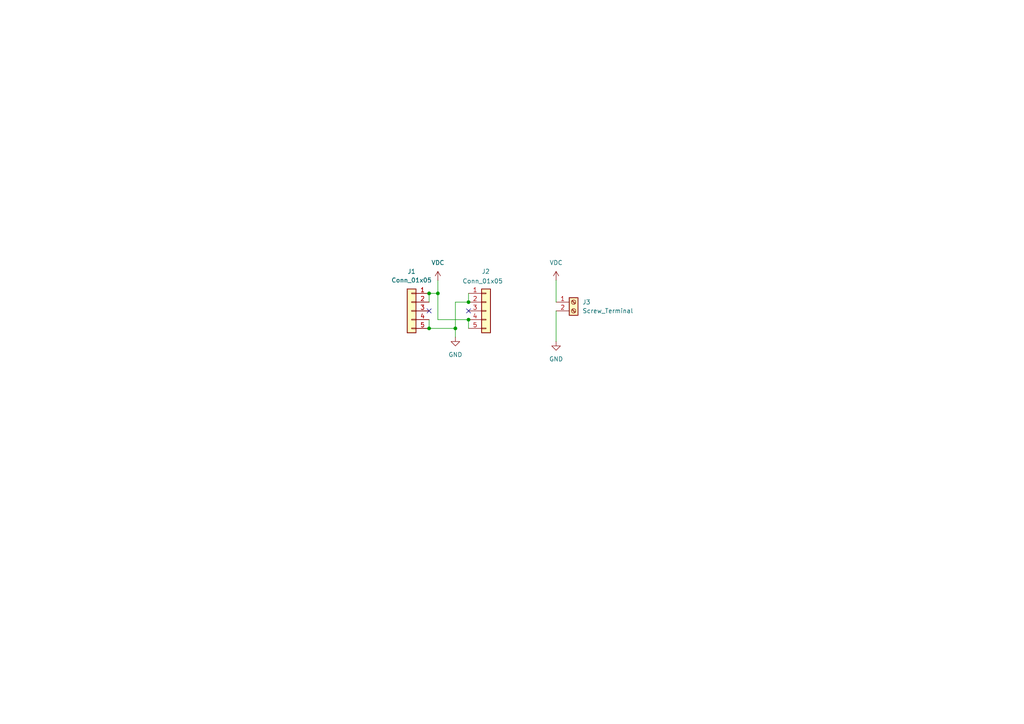
<source format=kicad_sch>
(kicad_sch (version 20231120) (generator "eeschema") (generator_version "8.0")
  (paper "A4")
  (title_block (title "PlugAndPlay Power Module - 3.5mm Terminal Connector") (date "2025-01-23") (rev "1") (company "A.B. Yazamut"))
  (lib_symbols
    (symbol "Connector:Screw_Terminal_01x02" (pin_names (offset 1.016) hide)
      (property "Reference" "J" (at 0 2.54 0))
      (property "Value" "Screw_Terminal_01x02" (at 0 -5.08 0))
      (symbol "Screw_Terminal_01x02_1_1"
        (rectangle (start -1.27 1.27) (end 1.27 -3.81) (stroke (width 0.254)) (fill (type background)))
        (circle (center 0 -2.54) (radius 0.635) (stroke (width 0.1524)))
        (polyline (pts (xy -0.5334 -2.2098) (xy 0.3302 -3.048)) (stroke (width 0.1524)))
        (polyline (pts (xy -0.5334 0.3302) (xy 0.3302 -0.508)) (stroke (width 0.1524)))
        (polyline (pts (xy -0.3556 -2.032) (xy 0.508 -2.8702)) (stroke (width 0.1524)))
        (polyline (pts (xy -0.3556 0.508) (xy 0.508 -0.3302)) (stroke (width 0.1524)))
        (circle (center 0 0) (radius 0.635) (stroke (width 0.1524)))
        (pin passive line (at -5.08 0 0) (length 3.81) (name "Pin_1") (number "1"))
        (pin passive line (at -5.08 -2.54 0) (length 3.81) (name "Pin_2") (number "2"))
      )
    )
    (symbol "Connector_Generic:Conn_01x05" (pin_names (offset 1.016) hide)
      (property "Reference" "J" (at 0 7.62 0))
      (property "Value" "Conn_01x05" (at 0 -7.62 0))
      (symbol "Conn_01x05_1_1"
        (rectangle (start -1.27 -4.953) (end 0 -5.207) (stroke (width 0.1524)))
        (rectangle (start -1.27 -2.413) (end 0 -2.667) (stroke (width 0.1524)))
        (rectangle (start -1.27 0.127) (end 0 -0.127) (stroke (width 0.1524)))
        (rectangle (start -1.27 2.667) (end 0 2.413) (stroke (width 0.1524)))
        (rectangle (start -1.27 5.207) (end 0 4.953) (stroke (width 0.1524)))
        (rectangle (start -1.27 6.35) (end 1.27 -6.35) (stroke (width 0.254)) (fill (type background)))
        (pin passive line (at -5.08 5.08 0) (length 3.81) (name "Pin_1") (number "1"))
        (pin passive line (at -5.08 2.54 0) (length 3.81) (name "Pin_2") (number "2"))
        (pin passive line (at -5.08 0 0) (length 3.81) (name "Pin_3") (number "3"))
        (pin passive line (at -5.08 -2.54 0) (length 3.81) (name "Pin_4") (number "4"))
        (pin passive line (at -5.08 -5.08 0) (length 3.81) (name "Pin_5") (number "5"))
      )
    )
    (symbol "power:GND" (power) (pin_numbers hide) (pin_names (offset 0) hide)
      (property "Value" "GND" (at 0 -3.81 0))
      (symbol "GND_0_1"
        (polyline (pts (xy 0 0) (xy 0 -1.27) (xy 1.27 -1.27) (xy 0 -2.54) (xy -1.27 -1.27) (xy 0 -1.27)))
      )
      (symbol "GND_1_1"
        (pin power_in line (at 0 0 270) (length 0) (name "~") (number "1"))
      )
    )
    (symbol "power:VDC" (power) (pin_numbers hide) (pin_names (offset 0) hide)
      (property "Value" "VDC" (at 0 3.556 0))
      (symbol "VDC_0_1"
        (polyline (pts (xy -0.762 1.27) (xy 0 2.54)))
        (polyline (pts (xy 0 0) (xy 0 2.54)))
        (polyline (pts (xy 0 2.54) (xy 0.762 1.27)))
      )
      (symbol "VDC_1_1"
        (pin power_in line (at 0 0 90) (length 0) (name "~") (number "1"))
      )
    )
  )
  (junction (at 132.08 95.25))
  (junction (at 127 85.09))
  (junction (at 124.46 95.25))
  (junction (at 135.89 87.63))
  (junction (at 124.46 85.09))
  (junction (at 135.89 92.71))
  (no_connect (at 135.89 90.17))
  (no_connect (at 124.46 90.17))
  (wire (pts (xy 132.08 97.79) (xy 132.08 95.25)))
  (wire (pts (xy 127 92.71) (xy 135.89 92.71)))
  (wire (pts (xy 135.89 85.09) (xy 135.89 87.63)))
  (wire (pts (xy 124.46 85.09) (xy 127 85.09)))
  (wire (pts (xy 132.08 95.25) (xy 124.46 95.25)))
  (wire (pts (xy 132.08 87.63) (xy 132.08 95.25)))
  (wire (pts (xy 135.89 92.71) (xy 135.89 95.25)))
  (wire (pts (xy 127 81.28) (xy 127 85.09)))
  (wire (pts (xy 161.29 81.28) (xy 161.29 87.63)))
  (wire (pts (xy 124.46 85.09) (xy 124.46 87.63)))
  (wire (pts (xy 127 85.09) (xy 127 92.71)))
  (wire (pts (xy 135.89 87.63) (xy 132.08 87.63)))
  (wire (pts (xy 161.29 90.17) (xy 161.29 99.06)))
  (wire (pts (xy 124.46 92.71) (xy 124.46 95.25)))
  (symbol (lib_id "power:VDC") (at 127 81.28 0) (unit 1)
    (property "Reference" "#PWR01" (effects (hide yes)))
    (property "Value" "VDC" (at 127 76.2 0))
    (property "Description" "Power symbol creates a global label with name \"VDC\"" (effects (hide yes)))
  )
  (symbol (lib_id "power:GND") (at 132.08 97.79 0) (unit 1)
    (property "Reference" "#PWR02" (effects (hide yes)))
    (property "Value" "GND" (at 132.08 102.87 0))
    (property "Description" "Power symbol creates a global label with name \"GND\" , ground" (effects (hide yes)))
  )
  (symbol (lib_id "power:VDC") (at 161.29 81.28 0) (unit 1)
    (property "Reference" "#PWR03" (effects (hide yes)))
    (property "Value" "VDC" (at 161.29 76.2 0))
    (property "Description" "Power symbol creates a global label with name \"VDC\"" (effects (hide yes)))
  )
  (symbol (lib_id "Connector:Screw_Terminal_01x02") (at 166.37 87.63 0) (unit 1)
    (property "Reference" "J3" (at 168.91 87.63 0) (effects (justify left)))
    (property "Value" "Screw_Terminal" (at 168.91 90.17 0) (effects (justify left)))
    (property "Footprint" "TerminalBlock_4Ucon:TerminalBlock_4Ucon_1x02_P3.50mm_Horizontal" (effects (hide yes)))
    (property "MPN" "C695629" (effects (hide yes)))
  )
  (symbol (lib_id "Connector_Generic:Conn_01x05") (at 140.97 90.17 0) (unit 1)
    (property "Reference" "J2" (at 139.7 78.74 0) (effects (justify left)))
    (property "Value" "Conn_01x05" (at 134.112 81.534 0) (effects (justify left)))
    (property "Footprint" "Library:PinSocket_1x05_P2.54mm_Vertical_SMD_Pin1Left" (effects (hide yes)))
    (property "Description" "Generic connector, single row, 01x05, script generated (kicad-library-utils/schlib/autogen/connector/)" (effects (hide yes)))
    (property "MPN" "RealRun" (effects (hide yes)))
    (property "Feeder" "24mm" (effects (hide yes)))
  )
  (symbol (lib_id "power:GND") (at 161.29 99.06 0) (unit 1)
    (property "Reference" "#PWR04" (effects (hide yes)))
    (property "Value" "GND" (at 161.29 104.14 0))
    (property "Description" "Power symbol creates a global label with name \"GND\" , ground" (effects (hide yes)))
  )
  (symbol (lib_id "Connector_Generic:Conn_01x05") (at 119.38 90.17 0) (mirror y) (unit 1)
    (property "Reference" "J1" (at 119.38 78.74 0))
    (property "Value" "Conn_01x05" (at 119.38 81.28 0))
    (property "Footprint" "Library:PinSocket_1x05_P2.54mm_Vertical_SMD_Pin1Right" (effects (hide yes)))
    (property "Description" "Generic connector, single row, 01x05, script generated (kicad-library-utils/schlib/autogen/connector/)" (effects (hide yes)))
    (property "MPN" "RealRun" (effects (hide yes)))
    (property "Feeder" "24mm" (effects (hide yes)))
  )
)
</source>
